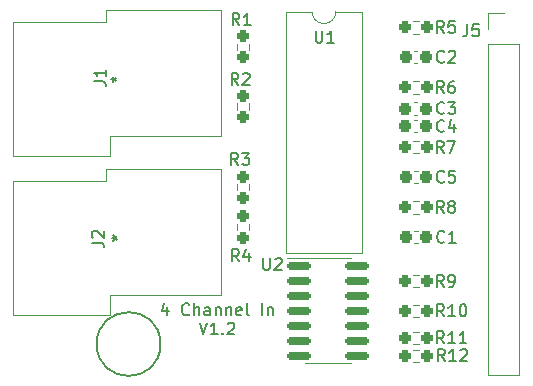
<source format=gto>
G04 #@! TF.GenerationSoftware,KiCad,Pcbnew,(6.0.0)*
G04 #@! TF.CreationDate,2022-04-17T00:14:55-07:00*
G04 #@! TF.ProjectId,4 Channel Screw term,34204368-616e-46e6-956c-205363726577,rev?*
G04 #@! TF.SameCoordinates,Original*
G04 #@! TF.FileFunction,Legend,Top*
G04 #@! TF.FilePolarity,Positive*
%FSLAX46Y46*%
G04 Gerber Fmt 4.6, Leading zero omitted, Abs format (unit mm)*
G04 Created by KiCad (PCBNEW (6.0.0)) date 2022-04-17 00:14:55*
%MOMM*%
%LPD*%
G01*
G04 APERTURE LIST*
G04 Aperture macros list*
%AMRoundRect*
0 Rectangle with rounded corners*
0 $1 Rounding radius*
0 $2 $3 $4 $5 $6 $7 $8 $9 X,Y pos of 4 corners*
0 Add a 4 corners polygon primitive as box body*
4,1,4,$2,$3,$4,$5,$6,$7,$8,$9,$2,$3,0*
0 Add four circle primitives for the rounded corners*
1,1,$1+$1,$2,$3*
1,1,$1+$1,$4,$5*
1,1,$1+$1,$6,$7*
1,1,$1+$1,$8,$9*
0 Add four rect primitives between the rounded corners*
20,1,$1+$1,$2,$3,$4,$5,0*
20,1,$1+$1,$4,$5,$6,$7,0*
20,1,$1+$1,$6,$7,$8,$9,0*
20,1,$1+$1,$8,$9,$2,$3,0*%
G04 Aperture macros list end*
%ADD10C,0.150000*%
%ADD11C,0.120000*%
%ADD12RoundRect,0.150000X-0.825000X-0.150000X0.825000X-0.150000X0.825000X0.150000X-0.825000X0.150000X0*%
%ADD13RoundRect,0.237500X0.250000X0.237500X-0.250000X0.237500X-0.250000X-0.237500X0.250000X-0.237500X0*%
%ADD14RoundRect,0.237500X0.237500X-0.250000X0.237500X0.250000X-0.237500X0.250000X-0.237500X-0.250000X0*%
%ADD15RoundRect,0.237500X-0.237500X0.250000X-0.237500X-0.250000X0.237500X-0.250000X0.237500X0.250000X0*%
%ADD16RoundRect,0.237500X0.300000X0.237500X-0.300000X0.237500X-0.300000X-0.237500X0.300000X-0.237500X0*%
%ADD17R,2.000000X1.780000*%
%ADD18C,2.032098*%
%ADD19C,2.032000*%
%ADD20R,1.900000X1.900000*%
%ADD21R,1.700000X1.700000*%
%ADD22O,1.700000X1.700000*%
G04 APERTURE END LIST*
D10*
X156370057Y-90170000D02*
G75*
G03*
X156370057Y-90170000I-2700057J0D01*
G01*
X156938095Y-87070714D02*
X156938095Y-87737380D01*
X156700000Y-86689761D02*
X156461904Y-87404047D01*
X157080952Y-87404047D01*
X158795238Y-87642142D02*
X158747619Y-87689761D01*
X158604761Y-87737380D01*
X158509523Y-87737380D01*
X158366666Y-87689761D01*
X158271428Y-87594523D01*
X158223809Y-87499285D01*
X158176190Y-87308809D01*
X158176190Y-87165952D01*
X158223809Y-86975476D01*
X158271428Y-86880238D01*
X158366666Y-86785000D01*
X158509523Y-86737380D01*
X158604761Y-86737380D01*
X158747619Y-86785000D01*
X158795238Y-86832619D01*
X159223809Y-87737380D02*
X159223809Y-86737380D01*
X159652380Y-87737380D02*
X159652380Y-87213571D01*
X159604761Y-87118333D01*
X159509523Y-87070714D01*
X159366666Y-87070714D01*
X159271428Y-87118333D01*
X159223809Y-87165952D01*
X160557142Y-87737380D02*
X160557142Y-87213571D01*
X160509523Y-87118333D01*
X160414285Y-87070714D01*
X160223809Y-87070714D01*
X160128571Y-87118333D01*
X160557142Y-87689761D02*
X160461904Y-87737380D01*
X160223809Y-87737380D01*
X160128571Y-87689761D01*
X160080952Y-87594523D01*
X160080952Y-87499285D01*
X160128571Y-87404047D01*
X160223809Y-87356428D01*
X160461904Y-87356428D01*
X160557142Y-87308809D01*
X161033333Y-87070714D02*
X161033333Y-87737380D01*
X161033333Y-87165952D02*
X161080952Y-87118333D01*
X161176190Y-87070714D01*
X161319047Y-87070714D01*
X161414285Y-87118333D01*
X161461904Y-87213571D01*
X161461904Y-87737380D01*
X161938095Y-87070714D02*
X161938095Y-87737380D01*
X161938095Y-87165952D02*
X161985714Y-87118333D01*
X162080952Y-87070714D01*
X162223809Y-87070714D01*
X162319047Y-87118333D01*
X162366666Y-87213571D01*
X162366666Y-87737380D01*
X163223809Y-87689761D02*
X163128571Y-87737380D01*
X162938095Y-87737380D01*
X162842857Y-87689761D01*
X162795238Y-87594523D01*
X162795238Y-87213571D01*
X162842857Y-87118333D01*
X162938095Y-87070714D01*
X163128571Y-87070714D01*
X163223809Y-87118333D01*
X163271428Y-87213571D01*
X163271428Y-87308809D01*
X162795238Y-87404047D01*
X163842857Y-87737380D02*
X163747619Y-87689761D01*
X163700000Y-87594523D01*
X163700000Y-86737380D01*
X164985714Y-87737380D02*
X164985714Y-86737380D01*
X165461904Y-87070714D02*
X165461904Y-87737380D01*
X165461904Y-87165952D02*
X165509523Y-87118333D01*
X165604761Y-87070714D01*
X165747619Y-87070714D01*
X165842857Y-87118333D01*
X165890476Y-87213571D01*
X165890476Y-87737380D01*
X159676190Y-88347380D02*
X160009523Y-89347380D01*
X160342857Y-88347380D01*
X161200000Y-89347380D02*
X160628571Y-89347380D01*
X160914285Y-89347380D02*
X160914285Y-88347380D01*
X160819047Y-88490238D01*
X160723809Y-88585476D01*
X160628571Y-88633095D01*
X161628571Y-89252142D02*
X161676190Y-89299761D01*
X161628571Y-89347380D01*
X161580952Y-89299761D01*
X161628571Y-89252142D01*
X161628571Y-89347380D01*
X162057142Y-88442619D02*
X162104761Y-88395000D01*
X162200000Y-88347380D01*
X162438095Y-88347380D01*
X162533333Y-88395000D01*
X162580952Y-88442619D01*
X162628571Y-88537857D01*
X162628571Y-88633095D01*
X162580952Y-88775952D01*
X162009523Y-89347380D01*
X162628571Y-89347380D01*
X165068095Y-82902380D02*
X165068095Y-83711904D01*
X165115714Y-83807142D01*
X165163333Y-83854761D01*
X165258571Y-83902380D01*
X165449047Y-83902380D01*
X165544285Y-83854761D01*
X165591904Y-83807142D01*
X165639523Y-83711904D01*
X165639523Y-82902380D01*
X166068095Y-82997619D02*
X166115714Y-82950000D01*
X166210952Y-82902380D01*
X166449047Y-82902380D01*
X166544285Y-82950000D01*
X166591904Y-82997619D01*
X166639523Y-83092857D01*
X166639523Y-83188095D01*
X166591904Y-83330952D01*
X166020476Y-83902380D01*
X166639523Y-83902380D01*
X180427142Y-91602380D02*
X180093809Y-91126190D01*
X179855714Y-91602380D02*
X179855714Y-90602380D01*
X180236666Y-90602380D01*
X180331904Y-90650000D01*
X180379523Y-90697619D01*
X180427142Y-90792857D01*
X180427142Y-90935714D01*
X180379523Y-91030952D01*
X180331904Y-91078571D01*
X180236666Y-91126190D01*
X179855714Y-91126190D01*
X181379523Y-91602380D02*
X180808095Y-91602380D01*
X181093809Y-91602380D02*
X181093809Y-90602380D01*
X180998571Y-90745238D01*
X180903333Y-90840476D01*
X180808095Y-90888095D01*
X181760476Y-90697619D02*
X181808095Y-90650000D01*
X181903333Y-90602380D01*
X182141428Y-90602380D01*
X182236666Y-90650000D01*
X182284285Y-90697619D01*
X182331904Y-90792857D01*
X182331904Y-90888095D01*
X182284285Y-91030952D01*
X181712857Y-91602380D01*
X182331904Y-91602380D01*
X180367142Y-90102380D02*
X180033809Y-89626190D01*
X179795714Y-90102380D02*
X179795714Y-89102380D01*
X180176666Y-89102380D01*
X180271904Y-89150000D01*
X180319523Y-89197619D01*
X180367142Y-89292857D01*
X180367142Y-89435714D01*
X180319523Y-89530952D01*
X180271904Y-89578571D01*
X180176666Y-89626190D01*
X179795714Y-89626190D01*
X181319523Y-90102380D02*
X180748095Y-90102380D01*
X181033809Y-90102380D02*
X181033809Y-89102380D01*
X180938571Y-89245238D01*
X180843333Y-89340476D01*
X180748095Y-89388095D01*
X182271904Y-90102380D02*
X181700476Y-90102380D01*
X181986190Y-90102380D02*
X181986190Y-89102380D01*
X181890952Y-89245238D01*
X181795714Y-89340476D01*
X181700476Y-89388095D01*
X180357142Y-87822380D02*
X180023809Y-87346190D01*
X179785714Y-87822380D02*
X179785714Y-86822380D01*
X180166666Y-86822380D01*
X180261904Y-86870000D01*
X180309523Y-86917619D01*
X180357142Y-87012857D01*
X180357142Y-87155714D01*
X180309523Y-87250952D01*
X180261904Y-87298571D01*
X180166666Y-87346190D01*
X179785714Y-87346190D01*
X181309523Y-87822380D02*
X180738095Y-87822380D01*
X181023809Y-87822380D02*
X181023809Y-86822380D01*
X180928571Y-86965238D01*
X180833333Y-87060476D01*
X180738095Y-87108095D01*
X181928571Y-86822380D02*
X182023809Y-86822380D01*
X182119047Y-86870000D01*
X182166666Y-86917619D01*
X182214285Y-87012857D01*
X182261904Y-87203333D01*
X182261904Y-87441428D01*
X182214285Y-87631904D01*
X182166666Y-87727142D01*
X182119047Y-87774761D01*
X182023809Y-87822380D01*
X181928571Y-87822380D01*
X181833333Y-87774761D01*
X181785714Y-87727142D01*
X181738095Y-87631904D01*
X181690476Y-87441428D01*
X181690476Y-87203333D01*
X181738095Y-87012857D01*
X181785714Y-86917619D01*
X181833333Y-86870000D01*
X181928571Y-86822380D01*
X180353333Y-85312380D02*
X180020000Y-84836190D01*
X179781904Y-85312380D02*
X179781904Y-84312380D01*
X180162857Y-84312380D01*
X180258095Y-84360000D01*
X180305714Y-84407619D01*
X180353333Y-84502857D01*
X180353333Y-84645714D01*
X180305714Y-84740952D01*
X180258095Y-84788571D01*
X180162857Y-84836190D01*
X179781904Y-84836190D01*
X180829523Y-85312380D02*
X181020000Y-85312380D01*
X181115238Y-85264761D01*
X181162857Y-85217142D01*
X181258095Y-85074285D01*
X181305714Y-84883809D01*
X181305714Y-84502857D01*
X181258095Y-84407619D01*
X181210476Y-84360000D01*
X181115238Y-84312380D01*
X180924761Y-84312380D01*
X180829523Y-84360000D01*
X180781904Y-84407619D01*
X180734285Y-84502857D01*
X180734285Y-84740952D01*
X180781904Y-84836190D01*
X180829523Y-84883809D01*
X180924761Y-84931428D01*
X181115238Y-84931428D01*
X181210476Y-84883809D01*
X181258095Y-84836190D01*
X181305714Y-84740952D01*
X180353333Y-79062380D02*
X180020000Y-78586190D01*
X179781904Y-79062380D02*
X179781904Y-78062380D01*
X180162857Y-78062380D01*
X180258095Y-78110000D01*
X180305714Y-78157619D01*
X180353333Y-78252857D01*
X180353333Y-78395714D01*
X180305714Y-78490952D01*
X180258095Y-78538571D01*
X180162857Y-78586190D01*
X179781904Y-78586190D01*
X180924761Y-78490952D02*
X180829523Y-78443333D01*
X180781904Y-78395714D01*
X180734285Y-78300476D01*
X180734285Y-78252857D01*
X180781904Y-78157619D01*
X180829523Y-78110000D01*
X180924761Y-78062380D01*
X181115238Y-78062380D01*
X181210476Y-78110000D01*
X181258095Y-78157619D01*
X181305714Y-78252857D01*
X181305714Y-78300476D01*
X181258095Y-78395714D01*
X181210476Y-78443333D01*
X181115238Y-78490952D01*
X180924761Y-78490952D01*
X180829523Y-78538571D01*
X180781904Y-78586190D01*
X180734285Y-78681428D01*
X180734285Y-78871904D01*
X180781904Y-78967142D01*
X180829523Y-79014761D01*
X180924761Y-79062380D01*
X181115238Y-79062380D01*
X181210476Y-79014761D01*
X181258095Y-78967142D01*
X181305714Y-78871904D01*
X181305714Y-78681428D01*
X181258095Y-78586190D01*
X181210476Y-78538571D01*
X181115238Y-78490952D01*
X180333333Y-73982380D02*
X180000000Y-73506190D01*
X179761904Y-73982380D02*
X179761904Y-72982380D01*
X180142857Y-72982380D01*
X180238095Y-73030000D01*
X180285714Y-73077619D01*
X180333333Y-73172857D01*
X180333333Y-73315714D01*
X180285714Y-73410952D01*
X180238095Y-73458571D01*
X180142857Y-73506190D01*
X179761904Y-73506190D01*
X180666666Y-72982380D02*
X181333333Y-72982380D01*
X180904761Y-73982380D01*
X180353333Y-68902380D02*
X180020000Y-68426190D01*
X179781904Y-68902380D02*
X179781904Y-67902380D01*
X180162857Y-67902380D01*
X180258095Y-67950000D01*
X180305714Y-67997619D01*
X180353333Y-68092857D01*
X180353333Y-68235714D01*
X180305714Y-68330952D01*
X180258095Y-68378571D01*
X180162857Y-68426190D01*
X179781904Y-68426190D01*
X181210476Y-67902380D02*
X181020000Y-67902380D01*
X180924761Y-67950000D01*
X180877142Y-67997619D01*
X180781904Y-68140476D01*
X180734285Y-68330952D01*
X180734285Y-68711904D01*
X180781904Y-68807142D01*
X180829523Y-68854761D01*
X180924761Y-68902380D01*
X181115238Y-68902380D01*
X181210476Y-68854761D01*
X181258095Y-68807142D01*
X181305714Y-68711904D01*
X181305714Y-68473809D01*
X181258095Y-68378571D01*
X181210476Y-68330952D01*
X181115238Y-68283333D01*
X180924761Y-68283333D01*
X180829523Y-68330952D01*
X180781904Y-68378571D01*
X180734285Y-68473809D01*
X180363333Y-63812380D02*
X180030000Y-63336190D01*
X179791904Y-63812380D02*
X179791904Y-62812380D01*
X180172857Y-62812380D01*
X180268095Y-62860000D01*
X180315714Y-62907619D01*
X180363333Y-63002857D01*
X180363333Y-63145714D01*
X180315714Y-63240952D01*
X180268095Y-63288571D01*
X180172857Y-63336190D01*
X179791904Y-63336190D01*
X181268095Y-62812380D02*
X180791904Y-62812380D01*
X180744285Y-63288571D01*
X180791904Y-63240952D01*
X180887142Y-63193333D01*
X181125238Y-63193333D01*
X181220476Y-63240952D01*
X181268095Y-63288571D01*
X181315714Y-63383809D01*
X181315714Y-63621904D01*
X181268095Y-63717142D01*
X181220476Y-63764761D01*
X181125238Y-63812380D01*
X180887142Y-63812380D01*
X180791904Y-63764761D01*
X180744285Y-63717142D01*
X163003333Y-83152380D02*
X162670000Y-82676190D01*
X162431904Y-83152380D02*
X162431904Y-82152380D01*
X162812857Y-82152380D01*
X162908095Y-82200000D01*
X162955714Y-82247619D01*
X163003333Y-82342857D01*
X163003333Y-82485714D01*
X162955714Y-82580952D01*
X162908095Y-82628571D01*
X162812857Y-82676190D01*
X162431904Y-82676190D01*
X163860476Y-82485714D02*
X163860476Y-83152380D01*
X163622380Y-82104761D02*
X163384285Y-82819047D01*
X164003333Y-82819047D01*
X162933333Y-75012380D02*
X162600000Y-74536190D01*
X162361904Y-75012380D02*
X162361904Y-74012380D01*
X162742857Y-74012380D01*
X162838095Y-74060000D01*
X162885714Y-74107619D01*
X162933333Y-74202857D01*
X162933333Y-74345714D01*
X162885714Y-74440952D01*
X162838095Y-74488571D01*
X162742857Y-74536190D01*
X162361904Y-74536190D01*
X163266666Y-74012380D02*
X163885714Y-74012380D01*
X163552380Y-74393333D01*
X163695238Y-74393333D01*
X163790476Y-74440952D01*
X163838095Y-74488571D01*
X163885714Y-74583809D01*
X163885714Y-74821904D01*
X163838095Y-74917142D01*
X163790476Y-74964761D01*
X163695238Y-75012380D01*
X163409523Y-75012380D01*
X163314285Y-74964761D01*
X163266666Y-74917142D01*
X162953333Y-68242380D02*
X162620000Y-67766190D01*
X162381904Y-68242380D02*
X162381904Y-67242380D01*
X162762857Y-67242380D01*
X162858095Y-67290000D01*
X162905714Y-67337619D01*
X162953333Y-67432857D01*
X162953333Y-67575714D01*
X162905714Y-67670952D01*
X162858095Y-67718571D01*
X162762857Y-67766190D01*
X162381904Y-67766190D01*
X163334285Y-67337619D02*
X163381904Y-67290000D01*
X163477142Y-67242380D01*
X163715238Y-67242380D01*
X163810476Y-67290000D01*
X163858095Y-67337619D01*
X163905714Y-67432857D01*
X163905714Y-67528095D01*
X163858095Y-67670952D01*
X163286666Y-68242380D01*
X163905714Y-68242380D01*
X163043333Y-63162380D02*
X162710000Y-62686190D01*
X162471904Y-63162380D02*
X162471904Y-62162380D01*
X162852857Y-62162380D01*
X162948095Y-62210000D01*
X162995714Y-62257619D01*
X163043333Y-62352857D01*
X163043333Y-62495714D01*
X162995714Y-62590952D01*
X162948095Y-62638571D01*
X162852857Y-62686190D01*
X162471904Y-62686190D01*
X163995714Y-63162380D02*
X163424285Y-63162380D01*
X163710000Y-63162380D02*
X163710000Y-62162380D01*
X163614761Y-62305238D01*
X163519523Y-62400476D01*
X163424285Y-62448095D01*
X180393333Y-76407142D02*
X180345714Y-76454761D01*
X180202857Y-76502380D01*
X180107619Y-76502380D01*
X179964761Y-76454761D01*
X179869523Y-76359523D01*
X179821904Y-76264285D01*
X179774285Y-76073809D01*
X179774285Y-75930952D01*
X179821904Y-75740476D01*
X179869523Y-75645238D01*
X179964761Y-75550000D01*
X180107619Y-75502380D01*
X180202857Y-75502380D01*
X180345714Y-75550000D01*
X180393333Y-75597619D01*
X181298095Y-75502380D02*
X180821904Y-75502380D01*
X180774285Y-75978571D01*
X180821904Y-75930952D01*
X180917142Y-75883333D01*
X181155238Y-75883333D01*
X181250476Y-75930952D01*
X181298095Y-75978571D01*
X181345714Y-76073809D01*
X181345714Y-76311904D01*
X181298095Y-76407142D01*
X181250476Y-76454761D01*
X181155238Y-76502380D01*
X180917142Y-76502380D01*
X180821904Y-76454761D01*
X180774285Y-76407142D01*
X180383333Y-72107142D02*
X180335714Y-72154761D01*
X180192857Y-72202380D01*
X180097619Y-72202380D01*
X179954761Y-72154761D01*
X179859523Y-72059523D01*
X179811904Y-71964285D01*
X179764285Y-71773809D01*
X179764285Y-71630952D01*
X179811904Y-71440476D01*
X179859523Y-71345238D01*
X179954761Y-71250000D01*
X180097619Y-71202380D01*
X180192857Y-71202380D01*
X180335714Y-71250000D01*
X180383333Y-71297619D01*
X181240476Y-71535714D02*
X181240476Y-72202380D01*
X181002380Y-71154761D02*
X180764285Y-71869047D01*
X181383333Y-71869047D01*
X180383333Y-70587142D02*
X180335714Y-70634761D01*
X180192857Y-70682380D01*
X180097619Y-70682380D01*
X179954761Y-70634761D01*
X179859523Y-70539523D01*
X179811904Y-70444285D01*
X179764285Y-70253809D01*
X179764285Y-70110952D01*
X179811904Y-69920476D01*
X179859523Y-69825238D01*
X179954761Y-69730000D01*
X180097619Y-69682380D01*
X180192857Y-69682380D01*
X180335714Y-69730000D01*
X180383333Y-69777619D01*
X180716666Y-69682380D02*
X181335714Y-69682380D01*
X181002380Y-70063333D01*
X181145238Y-70063333D01*
X181240476Y-70110952D01*
X181288095Y-70158571D01*
X181335714Y-70253809D01*
X181335714Y-70491904D01*
X181288095Y-70587142D01*
X181240476Y-70634761D01*
X181145238Y-70682380D01*
X180859523Y-70682380D01*
X180764285Y-70634761D01*
X180716666Y-70587142D01*
X180383333Y-66247142D02*
X180335714Y-66294761D01*
X180192857Y-66342380D01*
X180097619Y-66342380D01*
X179954761Y-66294761D01*
X179859523Y-66199523D01*
X179811904Y-66104285D01*
X179764285Y-65913809D01*
X179764285Y-65770952D01*
X179811904Y-65580476D01*
X179859523Y-65485238D01*
X179954761Y-65390000D01*
X180097619Y-65342380D01*
X180192857Y-65342380D01*
X180335714Y-65390000D01*
X180383333Y-65437619D01*
X180764285Y-65437619D02*
X180811904Y-65390000D01*
X180907142Y-65342380D01*
X181145238Y-65342380D01*
X181240476Y-65390000D01*
X181288095Y-65437619D01*
X181335714Y-65532857D01*
X181335714Y-65628095D01*
X181288095Y-65770952D01*
X180716666Y-66342380D01*
X181335714Y-66342380D01*
X180413333Y-81497142D02*
X180365714Y-81544761D01*
X180222857Y-81592380D01*
X180127619Y-81592380D01*
X179984761Y-81544761D01*
X179889523Y-81449523D01*
X179841904Y-81354285D01*
X179794285Y-81163809D01*
X179794285Y-81020952D01*
X179841904Y-80830476D01*
X179889523Y-80735238D01*
X179984761Y-80640000D01*
X180127619Y-80592380D01*
X180222857Y-80592380D01*
X180365714Y-80640000D01*
X180413333Y-80687619D01*
X181365714Y-81592380D02*
X180794285Y-81592380D01*
X181080000Y-81592380D02*
X181080000Y-80592380D01*
X180984761Y-80735238D01*
X180889523Y-80830476D01*
X180794285Y-80878095D01*
X169508095Y-63642380D02*
X169508095Y-64451904D01*
X169555714Y-64547142D01*
X169603333Y-64594761D01*
X169698571Y-64642380D01*
X169889047Y-64642380D01*
X169984285Y-64594761D01*
X170031904Y-64547142D01*
X170079523Y-64451904D01*
X170079523Y-63642380D01*
X171079523Y-64642380D02*
X170508095Y-64642380D01*
X170793809Y-64642380D02*
X170793809Y-63642380D01*
X170698571Y-63785238D01*
X170603333Y-63880476D01*
X170508095Y-63928095D01*
X150560880Y-81579833D02*
X151275166Y-81579833D01*
X151418023Y-81627452D01*
X151513261Y-81722690D01*
X151560880Y-81865547D01*
X151560880Y-81960785D01*
X150656119Y-81151261D02*
X150608500Y-81103642D01*
X150560880Y-81008404D01*
X150560880Y-80770309D01*
X150608500Y-80675071D01*
X150656119Y-80627452D01*
X150751357Y-80579833D01*
X150846595Y-80579833D01*
X150989452Y-80627452D01*
X151560880Y-81198880D01*
X151560880Y-80579833D01*
X152242380Y-81200000D02*
X152480476Y-81200000D01*
X152385238Y-81438095D02*
X152480476Y-81200000D01*
X152385238Y-80961904D01*
X152670952Y-81342857D02*
X152480476Y-81200000D01*
X152670952Y-81057142D01*
X182346666Y-63102380D02*
X182346666Y-63816666D01*
X182299047Y-63959523D01*
X182203809Y-64054761D01*
X182060952Y-64102380D01*
X181965714Y-64102380D01*
X183299047Y-63102380D02*
X182822857Y-63102380D01*
X182775238Y-63578571D01*
X182822857Y-63530952D01*
X182918095Y-63483333D01*
X183156190Y-63483333D01*
X183251428Y-63530952D01*
X183299047Y-63578571D01*
X183346666Y-63673809D01*
X183346666Y-63911904D01*
X183299047Y-64007142D01*
X183251428Y-64054761D01*
X183156190Y-64102380D01*
X182918095Y-64102380D01*
X182822857Y-64054761D01*
X182775238Y-64007142D01*
X150730880Y-67941833D02*
X151445166Y-67941833D01*
X151588023Y-67989452D01*
X151683261Y-68084690D01*
X151730880Y-68227547D01*
X151730880Y-68322785D01*
X151730880Y-66941833D02*
X151730880Y-67513261D01*
X151730880Y-67227547D02*
X150730880Y-67227547D01*
X150873738Y-67322785D01*
X150968976Y-67418023D01*
X151016595Y-67513261D01*
X152192380Y-67765000D02*
X152430476Y-67765000D01*
X152335238Y-68003095D02*
X152430476Y-67765000D01*
X152335238Y-67526904D01*
X152620952Y-67907857D02*
X152430476Y-67765000D01*
X152620952Y-67622142D01*
D11*
X170550000Y-91785000D02*
X172500000Y-91785000D01*
X170550000Y-91785000D02*
X168600000Y-91785000D01*
X170550000Y-82915000D02*
X172500000Y-82915000D01*
X170550000Y-82915000D02*
X167100000Y-82915000D01*
X178244724Y-91682500D02*
X177735276Y-91682500D01*
X178244724Y-90637500D02*
X177735276Y-90637500D01*
X178244724Y-90162500D02*
X177735276Y-90162500D01*
X178244724Y-89117500D02*
X177735276Y-89117500D01*
X178244724Y-87872500D02*
X177735276Y-87872500D01*
X178244724Y-86827500D02*
X177735276Y-86827500D01*
X178244724Y-85332500D02*
X177735276Y-85332500D01*
X178244724Y-84287500D02*
X177735276Y-84287500D01*
X178234724Y-79122500D02*
X177725276Y-79122500D01*
X178234724Y-78077500D02*
X177725276Y-78077500D01*
X178234724Y-74032500D02*
X177725276Y-74032500D01*
X178234724Y-72987500D02*
X177725276Y-72987500D01*
X178234724Y-68962500D02*
X177725276Y-68962500D01*
X178234724Y-67917500D02*
X177725276Y-67917500D01*
X178244724Y-63882500D02*
X177735276Y-63882500D01*
X178244724Y-62837500D02*
X177735276Y-62837500D01*
X162837500Y-80514724D02*
X162837500Y-80005276D01*
X163882500Y-80514724D02*
X163882500Y-80005276D01*
X163892500Y-76645276D02*
X163892500Y-77154724D01*
X162847500Y-76645276D02*
X162847500Y-77154724D01*
X162847500Y-70314724D02*
X162847500Y-69805276D01*
X163892500Y-70314724D02*
X163892500Y-69805276D01*
X162847500Y-65244724D02*
X162847500Y-64735276D01*
X163892500Y-65244724D02*
X163892500Y-64735276D01*
X178136267Y-76560000D02*
X177843733Y-76560000D01*
X178136267Y-75540000D02*
X177843733Y-75540000D01*
X178116267Y-72260000D02*
X177823733Y-72260000D01*
X178116267Y-71240000D02*
X177823733Y-71240000D01*
X178116267Y-70740000D02*
X177823733Y-70740000D01*
X178116267Y-69720000D02*
X177823733Y-69720000D01*
X178126267Y-66400000D02*
X177833733Y-66400000D01*
X178126267Y-65380000D02*
X177833733Y-65380000D01*
X178136267Y-81650000D02*
X177843733Y-81650000D01*
X178136267Y-80630000D02*
X177843733Y-80630000D01*
X169210000Y-62030000D02*
G75*
G03*
X171210000Y-62030000I1000000J0D01*
G01*
X169210000Y-62030000D02*
X166975000Y-62030000D01*
X166975000Y-62030000D02*
X166975000Y-82470000D01*
X166975000Y-82470000D02*
X173445000Y-82470000D01*
X173445000Y-82470000D02*
X173445000Y-62030000D01*
X173445000Y-62030000D02*
X171210000Y-62030000D01*
X151790000Y-75350000D02*
X151790000Y-76375000D01*
X143915000Y-76377999D02*
X143915000Y-87675000D01*
X151790000Y-76375000D02*
X143915000Y-76377999D01*
X161517000Y-75348000D02*
X151790000Y-75350000D01*
X152115000Y-87677000D02*
X152117000Y-86000000D01*
X152117000Y-86000000D02*
X161515000Y-86016000D01*
X161515000Y-86016000D02*
X161517000Y-75348000D01*
X143915000Y-87675000D02*
X152115000Y-87677000D01*
X184090000Y-64770000D02*
X186750000Y-64770000D01*
X184090000Y-64770000D02*
X184090000Y-92770000D01*
X184090000Y-62170000D02*
X185420000Y-62170000D01*
X184090000Y-63500000D02*
X184090000Y-62170000D01*
X186750000Y-64770000D02*
X186750000Y-92770000D01*
X184090000Y-92770000D02*
X186750000Y-92770000D01*
X152115000Y-74217000D02*
X152117000Y-72540000D01*
X151790000Y-61890000D02*
X151790000Y-62915000D01*
X161517000Y-61888000D02*
X151790000Y-61890000D01*
X151790000Y-62915000D02*
X143915000Y-62917999D01*
X143915000Y-62917999D02*
X143915000Y-74215000D01*
X152117000Y-72540000D02*
X161515000Y-72556000D01*
X143915000Y-74215000D02*
X152115000Y-74217000D01*
X161515000Y-72556000D02*
X161517000Y-61888000D01*
%LPC*%
D12*
X168075000Y-83540000D03*
X168075000Y-84810000D03*
X168075000Y-86080000D03*
X168075000Y-87350000D03*
X168075000Y-88620000D03*
X168075000Y-89890000D03*
X168075000Y-91160000D03*
X173025000Y-91160000D03*
X173025000Y-89890000D03*
X173025000Y-88620000D03*
X173025000Y-87350000D03*
X173025000Y-86080000D03*
X173025000Y-84810000D03*
X173025000Y-83540000D03*
D13*
X178902500Y-91160000D03*
X177077500Y-91160000D03*
X178902500Y-89640000D03*
X177077500Y-89640000D03*
X178902500Y-87350000D03*
X177077500Y-87350000D03*
X178902500Y-84810000D03*
X177077500Y-84810000D03*
X178892500Y-78600000D03*
X177067500Y-78600000D03*
X178892500Y-73510000D03*
X177067500Y-73510000D03*
X178892500Y-68440000D03*
X177067500Y-68440000D03*
X178902500Y-63360000D03*
X177077500Y-63360000D03*
D14*
X163360000Y-81172500D03*
X163360000Y-79347500D03*
D15*
X163370000Y-75987500D03*
X163370000Y-77812500D03*
D14*
X163370000Y-70972500D03*
X163370000Y-69147500D03*
X163370000Y-65902500D03*
X163370000Y-64077500D03*
D16*
X178852500Y-76050000D03*
X177127500Y-76050000D03*
X178832500Y-71750000D03*
X177107500Y-71750000D03*
X178832500Y-70230000D03*
X177107500Y-70230000D03*
X178842500Y-65890000D03*
X177117500Y-65890000D03*
X178852500Y-81140000D03*
X177127500Y-81140000D03*
D17*
X165445000Y-63360000D03*
X174975000Y-81140000D03*
X165445000Y-65900000D03*
X174975000Y-78600000D03*
X165445000Y-68440000D03*
X174975000Y-76060000D03*
X165445000Y-70980000D03*
X174975000Y-73520000D03*
X165445000Y-73520000D03*
X174975000Y-70980000D03*
X165445000Y-76060000D03*
X174975000Y-68440000D03*
X165445000Y-78600000D03*
X174975000Y-65900000D03*
X165445000Y-81140000D03*
X174975000Y-63360000D03*
D18*
X147140000Y-85650000D03*
D19*
X147140000Y-82150000D03*
X147140000Y-78650000D03*
X158640000Y-84150000D03*
X158640000Y-80650000D03*
D20*
X158640000Y-77150000D03*
D21*
X185420000Y-63500000D03*
D22*
X185420000Y-66040000D03*
X185420000Y-68580000D03*
X185420000Y-71120000D03*
X185420000Y-73660000D03*
X185420000Y-76200000D03*
X185420000Y-78740000D03*
X185420000Y-81280000D03*
X185420000Y-83820000D03*
X185420000Y-86360000D03*
X185420000Y-88900000D03*
X185420000Y-91440000D03*
D18*
X147140000Y-72190000D03*
D19*
X147140000Y-68690000D03*
X147140000Y-65190000D03*
X158640000Y-70690000D03*
X158640000Y-67190000D03*
D20*
X158640000Y-63690000D03*
M02*

</source>
